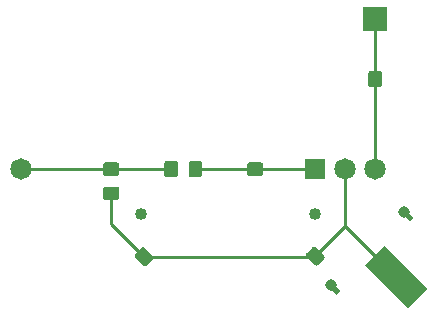
<source format=gbr>
G04 #@! TF.GenerationSoftware,KiCad,Pcbnew,(5.1.5)-3*
G04 #@! TF.CreationDate,2020-02-10T15:58:06-08:00*
G04 #@! TF.ProjectId,Clock_Test,436c6f63-6b5f-4546-9573-742e6b696361,rev?*
G04 #@! TF.SameCoordinates,Original*
G04 #@! TF.FileFunction,Copper,L1,Top*
G04 #@! TF.FilePolarity,Positive*
%FSLAX46Y46*%
G04 Gerber Fmt 4.6, Leading zero omitted, Abs format (unit mm)*
G04 Created by KiCad (PCBNEW (5.1.5)-3) date 2020-02-10 15:58:06*
%MOMM*%
%LPD*%
G04 APERTURE LIST*
%ADD10C,0.100000*%
%ADD11C,0.970000*%
%ADD12R,2.032000X2.032000*%
%ADD13C,1.816000*%
%ADD14R,1.816000X1.816000*%
%ADD15C,1.016000*%
%ADD16C,0.254000*%
G04 APERTURE END LIST*
G04 #@! TA.AperFunction,SMDPad,CuDef*
D10*
G36*
X123255688Y-99030414D02*
G01*
X121636414Y-100649688D01*
X118044312Y-97057586D01*
X119663586Y-95438312D01*
X123255688Y-99030414D01*
G37*
G04 #@! TD.AperFunction*
D11*
X115120425Y-98708680D03*
X121314680Y-92514425D03*
G04 #@! TA.AperFunction,Conductor*
D10*
G36*
X115937133Y-99200119D02*
G01*
X115611864Y-99525388D01*
X114940113Y-98853637D01*
X115265382Y-98528368D01*
X115937133Y-99200119D01*
G37*
G04 #@! TD.AperFunction*
G04 #@! TA.AperFunction,Conductor*
G36*
X122131388Y-93005864D02*
G01*
X121806119Y-93331133D01*
X121134368Y-92659382D01*
X121459637Y-92334113D01*
X122131388Y-93005864D01*
G37*
G04 #@! TD.AperFunction*
D12*
X118872000Y-76200000D03*
G04 #@! TA.AperFunction,SMDPad,CuDef*
D10*
G36*
X96994505Y-90376204D02*
G01*
X97018773Y-90379804D01*
X97042572Y-90385765D01*
X97065671Y-90394030D01*
X97087850Y-90404520D01*
X97108893Y-90417132D01*
X97128599Y-90431747D01*
X97146777Y-90448223D01*
X97163253Y-90466401D01*
X97177868Y-90486107D01*
X97190480Y-90507150D01*
X97200970Y-90529329D01*
X97209235Y-90552428D01*
X97215196Y-90576227D01*
X97218796Y-90600495D01*
X97220000Y-90624999D01*
X97220000Y-91275001D01*
X97218796Y-91299505D01*
X97215196Y-91323773D01*
X97209235Y-91347572D01*
X97200970Y-91370671D01*
X97190480Y-91392850D01*
X97177868Y-91413893D01*
X97163253Y-91433599D01*
X97146777Y-91451777D01*
X97128599Y-91468253D01*
X97108893Y-91482868D01*
X97087850Y-91495480D01*
X97065671Y-91505970D01*
X97042572Y-91514235D01*
X97018773Y-91520196D01*
X96994505Y-91523796D01*
X96970001Y-91525000D01*
X96069999Y-91525000D01*
X96045495Y-91523796D01*
X96021227Y-91520196D01*
X95997428Y-91514235D01*
X95974329Y-91505970D01*
X95952150Y-91495480D01*
X95931107Y-91482868D01*
X95911401Y-91468253D01*
X95893223Y-91451777D01*
X95876747Y-91433599D01*
X95862132Y-91413893D01*
X95849520Y-91392850D01*
X95839030Y-91370671D01*
X95830765Y-91347572D01*
X95824804Y-91323773D01*
X95821204Y-91299505D01*
X95820000Y-91275001D01*
X95820000Y-90624999D01*
X95821204Y-90600495D01*
X95824804Y-90576227D01*
X95830765Y-90552428D01*
X95839030Y-90529329D01*
X95849520Y-90507150D01*
X95862132Y-90486107D01*
X95876747Y-90466401D01*
X95893223Y-90448223D01*
X95911401Y-90431747D01*
X95931107Y-90417132D01*
X95952150Y-90404520D01*
X95974329Y-90394030D01*
X95997428Y-90385765D01*
X96021227Y-90379804D01*
X96045495Y-90376204D01*
X96069999Y-90375000D01*
X96970001Y-90375000D01*
X96994505Y-90376204D01*
G37*
G04 #@! TD.AperFunction*
G04 #@! TA.AperFunction,SMDPad,CuDef*
G36*
X96994505Y-88326204D02*
G01*
X97018773Y-88329804D01*
X97042572Y-88335765D01*
X97065671Y-88344030D01*
X97087850Y-88354520D01*
X97108893Y-88367132D01*
X97128599Y-88381747D01*
X97146777Y-88398223D01*
X97163253Y-88416401D01*
X97177868Y-88436107D01*
X97190480Y-88457150D01*
X97200970Y-88479329D01*
X97209235Y-88502428D01*
X97215196Y-88526227D01*
X97218796Y-88550495D01*
X97220000Y-88574999D01*
X97220000Y-89225001D01*
X97218796Y-89249505D01*
X97215196Y-89273773D01*
X97209235Y-89297572D01*
X97200970Y-89320671D01*
X97190480Y-89342850D01*
X97177868Y-89363893D01*
X97163253Y-89383599D01*
X97146777Y-89401777D01*
X97128599Y-89418253D01*
X97108893Y-89432868D01*
X97087850Y-89445480D01*
X97065671Y-89455970D01*
X97042572Y-89464235D01*
X97018773Y-89470196D01*
X96994505Y-89473796D01*
X96970001Y-89475000D01*
X96069999Y-89475000D01*
X96045495Y-89473796D01*
X96021227Y-89470196D01*
X95997428Y-89464235D01*
X95974329Y-89455970D01*
X95952150Y-89445480D01*
X95931107Y-89432868D01*
X95911401Y-89418253D01*
X95893223Y-89401777D01*
X95876747Y-89383599D01*
X95862132Y-89363893D01*
X95849520Y-89342850D01*
X95839030Y-89320671D01*
X95830765Y-89297572D01*
X95824804Y-89273773D01*
X95821204Y-89249505D01*
X95820000Y-89225001D01*
X95820000Y-88574999D01*
X95821204Y-88550495D01*
X95824804Y-88526227D01*
X95830765Y-88502428D01*
X95839030Y-88479329D01*
X95849520Y-88457150D01*
X95862132Y-88436107D01*
X95876747Y-88416401D01*
X95893223Y-88398223D01*
X95911401Y-88381747D01*
X95931107Y-88367132D01*
X95952150Y-88354520D01*
X95974329Y-88344030D01*
X95997428Y-88335765D01*
X96021227Y-88329804D01*
X96045495Y-88326204D01*
X96069999Y-88325000D01*
X96970001Y-88325000D01*
X96994505Y-88326204D01*
G37*
G04 #@! TD.AperFunction*
G04 #@! TA.AperFunction,SMDPad,CuDef*
G36*
X99250116Y-95515412D02*
G01*
X99274384Y-95519012D01*
X99298183Y-95524973D01*
X99321282Y-95533238D01*
X99343461Y-95543728D01*
X99364504Y-95556340D01*
X99384210Y-95570955D01*
X99402388Y-95587431D01*
X100038785Y-96223828D01*
X100055261Y-96242006D01*
X100069876Y-96261712D01*
X100082488Y-96282755D01*
X100092978Y-96304934D01*
X100101243Y-96328033D01*
X100107204Y-96351832D01*
X100110804Y-96376100D01*
X100112008Y-96400604D01*
X100110804Y-96425108D01*
X100107204Y-96449376D01*
X100101243Y-96473175D01*
X100092978Y-96496274D01*
X100082488Y-96518453D01*
X100069876Y-96539496D01*
X100055261Y-96559202D01*
X100038785Y-96577380D01*
X99579164Y-97037001D01*
X99560986Y-97053477D01*
X99541280Y-97068092D01*
X99520237Y-97080704D01*
X99498058Y-97091194D01*
X99474959Y-97099459D01*
X99451160Y-97105420D01*
X99426892Y-97109020D01*
X99402388Y-97110224D01*
X99377884Y-97109020D01*
X99353616Y-97105420D01*
X99329817Y-97099459D01*
X99306718Y-97091194D01*
X99284539Y-97080704D01*
X99263496Y-97068092D01*
X99243790Y-97053477D01*
X99225612Y-97037001D01*
X98589215Y-96400604D01*
X98572739Y-96382426D01*
X98558124Y-96362720D01*
X98545512Y-96341677D01*
X98535022Y-96319498D01*
X98526757Y-96296399D01*
X98520796Y-96272600D01*
X98517196Y-96248332D01*
X98515992Y-96223828D01*
X98517196Y-96199324D01*
X98520796Y-96175056D01*
X98526757Y-96151257D01*
X98535022Y-96128158D01*
X98545512Y-96105979D01*
X98558124Y-96084936D01*
X98572739Y-96065230D01*
X98589215Y-96047052D01*
X99048836Y-95587431D01*
X99067014Y-95570955D01*
X99086720Y-95556340D01*
X99107763Y-95543728D01*
X99129942Y-95533238D01*
X99153041Y-95524973D01*
X99176840Y-95519012D01*
X99201108Y-95515412D01*
X99225612Y-95514208D01*
X99250116Y-95515412D01*
G37*
G04 #@! TD.AperFunction*
G04 #@! TA.AperFunction,SMDPad,CuDef*
G36*
X103999505Y-88201204D02*
G01*
X104023773Y-88204804D01*
X104047572Y-88210765D01*
X104070671Y-88219030D01*
X104092850Y-88229520D01*
X104113893Y-88242132D01*
X104133599Y-88256747D01*
X104151777Y-88273223D01*
X104168253Y-88291401D01*
X104182868Y-88311107D01*
X104195480Y-88332150D01*
X104205970Y-88354329D01*
X104214235Y-88377428D01*
X104220196Y-88401227D01*
X104223796Y-88425495D01*
X104225000Y-88449999D01*
X104225000Y-89350001D01*
X104223796Y-89374505D01*
X104220196Y-89398773D01*
X104214235Y-89422572D01*
X104205970Y-89445671D01*
X104195480Y-89467850D01*
X104182868Y-89488893D01*
X104168253Y-89508599D01*
X104151777Y-89526777D01*
X104133599Y-89543253D01*
X104113893Y-89557868D01*
X104092850Y-89570480D01*
X104070671Y-89580970D01*
X104047572Y-89589235D01*
X104023773Y-89595196D01*
X103999505Y-89598796D01*
X103975001Y-89600000D01*
X103324999Y-89600000D01*
X103300495Y-89598796D01*
X103276227Y-89595196D01*
X103252428Y-89589235D01*
X103229329Y-89580970D01*
X103207150Y-89570480D01*
X103186107Y-89557868D01*
X103166401Y-89543253D01*
X103148223Y-89526777D01*
X103131747Y-89508599D01*
X103117132Y-89488893D01*
X103104520Y-89467850D01*
X103094030Y-89445671D01*
X103085765Y-89422572D01*
X103079804Y-89398773D01*
X103076204Y-89374505D01*
X103075000Y-89350001D01*
X103075000Y-88449999D01*
X103076204Y-88425495D01*
X103079804Y-88401227D01*
X103085765Y-88377428D01*
X103094030Y-88354329D01*
X103104520Y-88332150D01*
X103117132Y-88311107D01*
X103131747Y-88291401D01*
X103148223Y-88273223D01*
X103166401Y-88256747D01*
X103186107Y-88242132D01*
X103207150Y-88229520D01*
X103229329Y-88219030D01*
X103252428Y-88210765D01*
X103276227Y-88204804D01*
X103300495Y-88201204D01*
X103324999Y-88200000D01*
X103975001Y-88200000D01*
X103999505Y-88201204D01*
G37*
G04 #@! TD.AperFunction*
G04 #@! TA.AperFunction,SMDPad,CuDef*
G36*
X101949505Y-88201204D02*
G01*
X101973773Y-88204804D01*
X101997572Y-88210765D01*
X102020671Y-88219030D01*
X102042850Y-88229520D01*
X102063893Y-88242132D01*
X102083599Y-88256747D01*
X102101777Y-88273223D01*
X102118253Y-88291401D01*
X102132868Y-88311107D01*
X102145480Y-88332150D01*
X102155970Y-88354329D01*
X102164235Y-88377428D01*
X102170196Y-88401227D01*
X102173796Y-88425495D01*
X102175000Y-88449999D01*
X102175000Y-89350001D01*
X102173796Y-89374505D01*
X102170196Y-89398773D01*
X102164235Y-89422572D01*
X102155970Y-89445671D01*
X102145480Y-89467850D01*
X102132868Y-89488893D01*
X102118253Y-89508599D01*
X102101777Y-89526777D01*
X102083599Y-89543253D01*
X102063893Y-89557868D01*
X102042850Y-89570480D01*
X102020671Y-89580970D01*
X101997572Y-89589235D01*
X101973773Y-89595196D01*
X101949505Y-89598796D01*
X101925001Y-89600000D01*
X101274999Y-89600000D01*
X101250495Y-89598796D01*
X101226227Y-89595196D01*
X101202428Y-89589235D01*
X101179329Y-89580970D01*
X101157150Y-89570480D01*
X101136107Y-89557868D01*
X101116401Y-89543253D01*
X101098223Y-89526777D01*
X101081747Y-89508599D01*
X101067132Y-89488893D01*
X101054520Y-89467850D01*
X101044030Y-89445671D01*
X101035765Y-89422572D01*
X101029804Y-89398773D01*
X101026204Y-89374505D01*
X101025000Y-89350001D01*
X101025000Y-88449999D01*
X101026204Y-88425495D01*
X101029804Y-88401227D01*
X101035765Y-88377428D01*
X101044030Y-88354329D01*
X101054520Y-88332150D01*
X101067132Y-88311107D01*
X101081747Y-88291401D01*
X101098223Y-88273223D01*
X101116401Y-88256747D01*
X101136107Y-88242132D01*
X101157150Y-88229520D01*
X101179329Y-88219030D01*
X101202428Y-88210765D01*
X101226227Y-88204804D01*
X101250495Y-88201204D01*
X101274999Y-88200000D01*
X101925001Y-88200000D01*
X101949505Y-88201204D01*
G37*
G04 #@! TD.AperFunction*
G04 #@! TA.AperFunction,SMDPad,CuDef*
G36*
X119221505Y-80581204D02*
G01*
X119245773Y-80584804D01*
X119269572Y-80590765D01*
X119292671Y-80599030D01*
X119314850Y-80609520D01*
X119335893Y-80622132D01*
X119355599Y-80636747D01*
X119373777Y-80653223D01*
X119390253Y-80671401D01*
X119404868Y-80691107D01*
X119417480Y-80712150D01*
X119427970Y-80734329D01*
X119436235Y-80757428D01*
X119442196Y-80781227D01*
X119445796Y-80805495D01*
X119447000Y-80829999D01*
X119447000Y-81730001D01*
X119445796Y-81754505D01*
X119442196Y-81778773D01*
X119436235Y-81802572D01*
X119427970Y-81825671D01*
X119417480Y-81847850D01*
X119404868Y-81868893D01*
X119390253Y-81888599D01*
X119373777Y-81906777D01*
X119355599Y-81923253D01*
X119335893Y-81937868D01*
X119314850Y-81950480D01*
X119292671Y-81960970D01*
X119269572Y-81969235D01*
X119245773Y-81975196D01*
X119221505Y-81978796D01*
X119197001Y-81980000D01*
X118546999Y-81980000D01*
X118522495Y-81978796D01*
X118498227Y-81975196D01*
X118474428Y-81969235D01*
X118451329Y-81960970D01*
X118429150Y-81950480D01*
X118408107Y-81937868D01*
X118388401Y-81923253D01*
X118370223Y-81906777D01*
X118353747Y-81888599D01*
X118339132Y-81868893D01*
X118326520Y-81847850D01*
X118316030Y-81825671D01*
X118307765Y-81802572D01*
X118301804Y-81778773D01*
X118298204Y-81754505D01*
X118297000Y-81730001D01*
X118297000Y-80829999D01*
X118298204Y-80805495D01*
X118301804Y-80781227D01*
X118307765Y-80757428D01*
X118316030Y-80734329D01*
X118326520Y-80712150D01*
X118339132Y-80691107D01*
X118353747Y-80671401D01*
X118370223Y-80653223D01*
X118388401Y-80636747D01*
X118408107Y-80622132D01*
X118429150Y-80609520D01*
X118451329Y-80599030D01*
X118474428Y-80590765D01*
X118498227Y-80584804D01*
X118522495Y-80581204D01*
X118546999Y-80580000D01*
X119197001Y-80580000D01*
X119221505Y-80581204D01*
G37*
G04 #@! TD.AperFunction*
D13*
X116332000Y-88900000D03*
X118872000Y-88900000D03*
D14*
X113792000Y-88900000D03*
G04 #@! TA.AperFunction,SMDPad,CuDef*
D10*
G36*
X109186505Y-88326204D02*
G01*
X109210773Y-88329804D01*
X109234572Y-88335765D01*
X109257671Y-88344030D01*
X109279850Y-88354520D01*
X109300893Y-88367132D01*
X109320599Y-88381747D01*
X109338777Y-88398223D01*
X109355253Y-88416401D01*
X109369868Y-88436107D01*
X109382480Y-88457150D01*
X109392970Y-88479329D01*
X109401235Y-88502428D01*
X109407196Y-88526227D01*
X109410796Y-88550495D01*
X109412000Y-88574999D01*
X109412000Y-89225001D01*
X109410796Y-89249505D01*
X109407196Y-89273773D01*
X109401235Y-89297572D01*
X109392970Y-89320671D01*
X109382480Y-89342850D01*
X109369868Y-89363893D01*
X109355253Y-89383599D01*
X109338777Y-89401777D01*
X109320599Y-89418253D01*
X109300893Y-89432868D01*
X109279850Y-89445480D01*
X109257671Y-89455970D01*
X109234572Y-89464235D01*
X109210773Y-89470196D01*
X109186505Y-89473796D01*
X109162001Y-89475000D01*
X108261999Y-89475000D01*
X108237495Y-89473796D01*
X108213227Y-89470196D01*
X108189428Y-89464235D01*
X108166329Y-89455970D01*
X108144150Y-89445480D01*
X108123107Y-89432868D01*
X108103401Y-89418253D01*
X108085223Y-89401777D01*
X108068747Y-89383599D01*
X108054132Y-89363893D01*
X108041520Y-89342850D01*
X108031030Y-89320671D01*
X108022765Y-89297572D01*
X108016804Y-89273773D01*
X108013204Y-89249505D01*
X108012000Y-89225001D01*
X108012000Y-88574999D01*
X108013204Y-88550495D01*
X108016804Y-88526227D01*
X108022765Y-88502428D01*
X108031030Y-88479329D01*
X108041520Y-88457150D01*
X108054132Y-88436107D01*
X108068747Y-88416401D01*
X108085223Y-88398223D01*
X108103401Y-88381747D01*
X108123107Y-88367132D01*
X108144150Y-88354520D01*
X108166329Y-88344030D01*
X108189428Y-88335765D01*
X108213227Y-88329804D01*
X108237495Y-88326204D01*
X108261999Y-88325000D01*
X109162001Y-88325000D01*
X109186505Y-88326204D01*
G37*
G04 #@! TD.AperFunction*
G04 #@! TA.AperFunction,SMDPad,CuDef*
G36*
X113728116Y-95469196D02*
G01*
X113752384Y-95472796D01*
X113776183Y-95478757D01*
X113799282Y-95487022D01*
X113821461Y-95497512D01*
X113842504Y-95510124D01*
X113862210Y-95524739D01*
X113880388Y-95541215D01*
X114516785Y-96177612D01*
X114533261Y-96195790D01*
X114547876Y-96215496D01*
X114560488Y-96236539D01*
X114570978Y-96258718D01*
X114579243Y-96281817D01*
X114585204Y-96305616D01*
X114588804Y-96329884D01*
X114590008Y-96354388D01*
X114588804Y-96378892D01*
X114585204Y-96403160D01*
X114579243Y-96426959D01*
X114570978Y-96450058D01*
X114560488Y-96472237D01*
X114547876Y-96493280D01*
X114533261Y-96512986D01*
X114516785Y-96531164D01*
X114057164Y-96990785D01*
X114038986Y-97007261D01*
X114019280Y-97021876D01*
X113998237Y-97034488D01*
X113976058Y-97044978D01*
X113952959Y-97053243D01*
X113929160Y-97059204D01*
X113904892Y-97062804D01*
X113880388Y-97064008D01*
X113855884Y-97062804D01*
X113831616Y-97059204D01*
X113807817Y-97053243D01*
X113784718Y-97044978D01*
X113762539Y-97034488D01*
X113741496Y-97021876D01*
X113721790Y-97007261D01*
X113703612Y-96990785D01*
X113067215Y-96354388D01*
X113050739Y-96336210D01*
X113036124Y-96316504D01*
X113023512Y-96295461D01*
X113013022Y-96273282D01*
X113004757Y-96250183D01*
X112998796Y-96226384D01*
X112995196Y-96202116D01*
X112993992Y-96177612D01*
X112995196Y-96153108D01*
X112998796Y-96128840D01*
X113004757Y-96105041D01*
X113013022Y-96081942D01*
X113023512Y-96059763D01*
X113036124Y-96038720D01*
X113050739Y-96019014D01*
X113067215Y-96000836D01*
X113526836Y-95541215D01*
X113545014Y-95524739D01*
X113564720Y-95510124D01*
X113585763Y-95497512D01*
X113607942Y-95487022D01*
X113631041Y-95478757D01*
X113654840Y-95472796D01*
X113679108Y-95469196D01*
X113703612Y-95467992D01*
X113728116Y-95469196D01*
G37*
G04 #@! TD.AperFunction*
D13*
X88900000Y-88900000D03*
D15*
X113792000Y-92710000D03*
X99060000Y-92710000D03*
D16*
X96520000Y-93518216D02*
X99314000Y-96312216D01*
X96520000Y-90950000D02*
X96520000Y-93518216D01*
X113745784Y-96312216D02*
X113792000Y-96266000D01*
X99314000Y-96312216D02*
X113745784Y-96312216D01*
X116332000Y-93726000D02*
X116332000Y-88900000D01*
X113792000Y-96266000D02*
X116332000Y-93726000D01*
X116332000Y-93726000D02*
X118872000Y-96266000D01*
X88900000Y-88900000D02*
X96520000Y-88900000D01*
X96520000Y-88900000D02*
X101600000Y-88900000D01*
X103650000Y-88900000D02*
X108712000Y-88900000D01*
X109412000Y-88900000D02*
X113792000Y-88900000D01*
X108712000Y-88900000D02*
X109412000Y-88900000D01*
X118872000Y-76200000D02*
X118872000Y-81280000D01*
X118872000Y-81280000D02*
X118872000Y-88900000D01*
M02*

</source>
